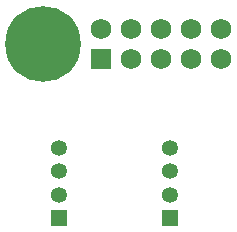
<source format=gbs>
G04*
G04 #@! TF.GenerationSoftware,Altium Limited,Altium Designer,24.7.2 (38)*
G04*
G04 Layer_Color=16711935*
%FSLAX25Y25*%
%MOIN*%
G70*
G04*
G04 #@! TF.SameCoordinates,316F918C-615F-49C5-A864-845732F47779*
G04*
G04*
G04 #@! TF.FilePolarity,Negative*
G04*
G01*
G75*
%ADD13C,0.06800*%
%ADD14R,0.06800X0.06800*%
%ADD15C,0.25210*%
%ADD16R,0.05328X0.05328*%
%ADD17C,0.05328*%
D13*
X177500Y184000D02*
D03*
X167500D02*
D03*
X157500D02*
D03*
X147500D02*
D03*
X137500D02*
D03*
X177500Y174000D02*
D03*
X167500D02*
D03*
X157500D02*
D03*
X147500D02*
D03*
D14*
X137500D02*
D03*
D15*
X118327Y179000D02*
D03*
D16*
X160500Y120689D02*
D03*
X123500D02*
D03*
D17*
X160500Y128563D02*
D03*
Y136437D02*
D03*
Y144311D02*
D03*
X123500Y128563D02*
D03*
Y136437D02*
D03*
Y144311D02*
D03*
M02*

</source>
